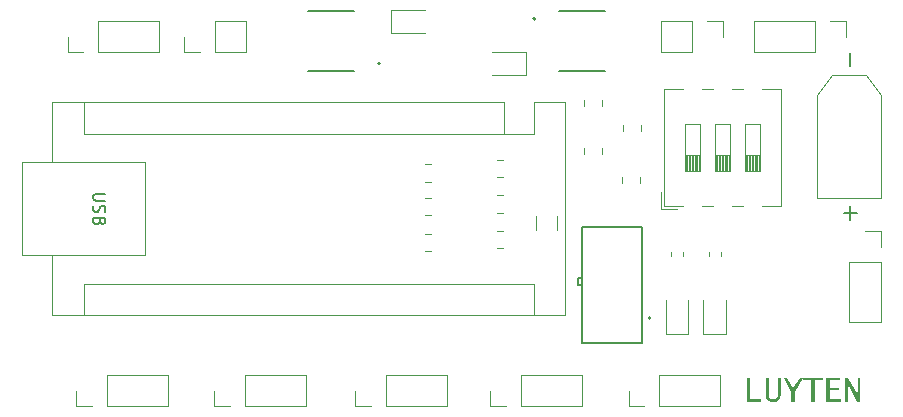
<source format=gbr>
%TF.GenerationSoftware,KiCad,Pcbnew,8.0.4*%
%TF.CreationDate,2024-08-28T14:32:30-04:00*%
%TF.ProjectId,luytenPCB,6c757974-656e-4504-9342-2e6b69636164,rev?*%
%TF.SameCoordinates,Original*%
%TF.FileFunction,Legend,Top*%
%TF.FilePolarity,Positive*%
%FSLAX46Y46*%
G04 Gerber Fmt 4.6, Leading zero omitted, Abs format (unit mm)*
G04 Created by KiCad (PCBNEW 8.0.4) date 2024-08-28 14:32:30*
%MOMM*%
%LPD*%
G01*
G04 APERTURE LIST*
%ADD10C,0.150000*%
%ADD11C,0.127000*%
%ADD12C,0.200000*%
%ADD13C,0.120000*%
G04 APERTURE END LIST*
D10*
G36*
X106222815Y-61382000D02*
G01*
X106222815Y-59349899D01*
X106493436Y-59349899D01*
X106493436Y-61163158D01*
X107443052Y-61163158D01*
X107443052Y-61382000D01*
X106222815Y-61382000D01*
G37*
G36*
X107814301Y-59349899D02*
G01*
X108084922Y-59349899D01*
X108084922Y-60673207D01*
X108087975Y-60782811D01*
X108098708Y-60884949D01*
X108125041Y-60986272D01*
X108133771Y-61005377D01*
X108190801Y-61088297D01*
X108264196Y-61147526D01*
X108360352Y-61184117D01*
X108460079Y-61194421D01*
X108558988Y-61184785D01*
X108655776Y-61151926D01*
X108739981Y-61095747D01*
X108799745Y-61011206D01*
X108831618Y-60911082D01*
X108847887Y-60799781D01*
X108853199Y-60686781D01*
X108853310Y-60666368D01*
X108853310Y-59349899D01*
X109089249Y-59349899D01*
X109089249Y-60639501D01*
X109087783Y-60741503D01*
X109082631Y-60840271D01*
X109071297Y-60938004D01*
X109065801Y-60967275D01*
X109034937Y-61064485D01*
X108985756Y-61154430D01*
X108918261Y-61237111D01*
X108872849Y-61279906D01*
X108789349Y-61338250D01*
X108693209Y-61379923D01*
X108584429Y-61404928D01*
X108478879Y-61413132D01*
X108463010Y-61413263D01*
X108353175Y-61407183D01*
X108252648Y-61388945D01*
X108147131Y-61352300D01*
X108054283Y-61299106D01*
X107984782Y-61240339D01*
X107921242Y-61163341D01*
X107873503Y-61076024D01*
X107856799Y-61032244D01*
X107831306Y-60935463D01*
X107822605Y-60878859D01*
X107815890Y-60779632D01*
X107814301Y-60681511D01*
X107814301Y-59349899D01*
G37*
G36*
X110003694Y-61382000D02*
G01*
X110003694Y-60525196D01*
X109334468Y-59349899D01*
X109646122Y-59349899D01*
X110169779Y-60266787D01*
X110719325Y-59349899D01*
X110976269Y-59349899D01*
X110274315Y-60525196D01*
X110274315Y-61382000D01*
X110003694Y-61382000D01*
G37*
G36*
X111688481Y-61382000D02*
G01*
X111688481Y-59568741D01*
X111010951Y-59568741D01*
X111010951Y-59349899D01*
X112637609Y-59349899D01*
X112637609Y-59568741D01*
X111960568Y-59568741D01*
X111960568Y-61382000D01*
X111688481Y-61382000D01*
G37*
G36*
X112960009Y-61382000D02*
G01*
X112960009Y-59349899D01*
X114150937Y-59349899D01*
X114150937Y-59568741D01*
X113230630Y-59568741D01*
X113230630Y-60194002D01*
X114010742Y-60194002D01*
X114010742Y-60412844D01*
X113230630Y-60412844D01*
X113230630Y-61163158D01*
X114213952Y-61163158D01*
X114213952Y-61382000D01*
X112960009Y-61382000D01*
G37*
G36*
X114552473Y-61382000D02*
G01*
X114552473Y-59349899D01*
X114807951Y-59349899D01*
X115617371Y-60832942D01*
X115620302Y-60837826D01*
X115620302Y-59349899D01*
X115841098Y-59349899D01*
X115841098Y-61382000D01*
X115591482Y-61382000D01*
X114776688Y-59888210D01*
X114772291Y-59879906D01*
X114772291Y-61382000D01*
X114552473Y-61382000D01*
G37*
X51903980Y-43797695D02*
X51094457Y-43797695D01*
X51094457Y-43797695D02*
X50999219Y-43845314D01*
X50999219Y-43845314D02*
X50951600Y-43892933D01*
X50951600Y-43892933D02*
X50903980Y-43988171D01*
X50903980Y-43988171D02*
X50903980Y-44178647D01*
X50903980Y-44178647D02*
X50951600Y-44273885D01*
X50951600Y-44273885D02*
X50999219Y-44321504D01*
X50999219Y-44321504D02*
X51094457Y-44369123D01*
X51094457Y-44369123D02*
X51903980Y-44369123D01*
X50951600Y-44797695D02*
X50903980Y-44940552D01*
X50903980Y-44940552D02*
X50903980Y-45178647D01*
X50903980Y-45178647D02*
X50951600Y-45273885D01*
X50951600Y-45273885D02*
X50999219Y-45321504D01*
X50999219Y-45321504D02*
X51094457Y-45369123D01*
X51094457Y-45369123D02*
X51189695Y-45369123D01*
X51189695Y-45369123D02*
X51284933Y-45321504D01*
X51284933Y-45321504D02*
X51332552Y-45273885D01*
X51332552Y-45273885D02*
X51380171Y-45178647D01*
X51380171Y-45178647D02*
X51427790Y-44988171D01*
X51427790Y-44988171D02*
X51475409Y-44892933D01*
X51475409Y-44892933D02*
X51523028Y-44845314D01*
X51523028Y-44845314D02*
X51618266Y-44797695D01*
X51618266Y-44797695D02*
X51713504Y-44797695D01*
X51713504Y-44797695D02*
X51808742Y-44845314D01*
X51808742Y-44845314D02*
X51856361Y-44892933D01*
X51856361Y-44892933D02*
X51903980Y-44988171D01*
X51903980Y-44988171D02*
X51903980Y-45226266D01*
X51903980Y-45226266D02*
X51856361Y-45369123D01*
X51427790Y-46131028D02*
X51380171Y-46273885D01*
X51380171Y-46273885D02*
X51332552Y-46321504D01*
X51332552Y-46321504D02*
X51237314Y-46369123D01*
X51237314Y-46369123D02*
X51094457Y-46369123D01*
X51094457Y-46369123D02*
X50999219Y-46321504D01*
X50999219Y-46321504D02*
X50951600Y-46273885D01*
X50951600Y-46273885D02*
X50903980Y-46178647D01*
X50903980Y-46178647D02*
X50903980Y-45797695D01*
X50903980Y-45797695D02*
X51903980Y-45797695D01*
X51903980Y-45797695D02*
X51903980Y-46131028D01*
X51903980Y-46131028D02*
X51856361Y-46226266D01*
X51856361Y-46226266D02*
X51808742Y-46273885D01*
X51808742Y-46273885D02*
X51713504Y-46321504D01*
X51713504Y-46321504D02*
X51618266Y-46321504D01*
X51618266Y-46321504D02*
X51523028Y-46273885D01*
X51523028Y-46273885D02*
X51475409Y-46226266D01*
X51475409Y-46226266D02*
X51427790Y-46131028D01*
X51427790Y-46131028D02*
X51427790Y-45797695D01*
X114994591Y-45970590D02*
X114994591Y-44827733D01*
X115566019Y-45399161D02*
X114423162Y-45399161D01*
X114994591Y-32970590D02*
X114994591Y-31827733D01*
D11*
%TO.C,SW1*%
X97342700Y-56411200D02*
X92262700Y-56411200D01*
X97342700Y-46611200D02*
X97342700Y-56411200D01*
X92262700Y-56411200D02*
X92262700Y-51511200D01*
X92262700Y-51511200D02*
X92262700Y-50911200D01*
X92262700Y-51511200D02*
X91962700Y-51511200D01*
X92262700Y-50911200D02*
X92262700Y-46611200D01*
X92262700Y-46611200D02*
X97342700Y-46611200D01*
X91962700Y-51511200D02*
X91962700Y-50911200D01*
X91962700Y-50911200D02*
X92262700Y-50911200D01*
D12*
X98102700Y-54311200D02*
G75*
G02*
X97902700Y-54311200I-100000J0D01*
G01*
X97902700Y-54311200D02*
G75*
G02*
X98102700Y-54311200I100000J0D01*
G01*
D13*
%TO.C,A1*%
X90858800Y-36039600D02*
X88188800Y-36039600D01*
X85648800Y-36039600D02*
X47418800Y-36039600D01*
X47418800Y-36039600D02*
X47418800Y-41119600D01*
X88188800Y-38709600D02*
X88188800Y-36039600D01*
X85648800Y-38709600D02*
X85648800Y-36039600D01*
X85648800Y-38709600D02*
X88188800Y-38709600D01*
X85648800Y-38709600D02*
X50088800Y-38709600D01*
X50088800Y-38709600D02*
X50088800Y-36039600D01*
X55298800Y-41119600D02*
X55298800Y-48999600D01*
X44878800Y-41119600D02*
X55298800Y-41119600D01*
X55298800Y-48999600D02*
X44878800Y-48999600D01*
X44878800Y-48999600D02*
X44878800Y-41119600D01*
X88188800Y-51409600D02*
X50088800Y-51409600D01*
X88188800Y-51409600D02*
X88188800Y-54079600D01*
X50088800Y-51409600D02*
X50088800Y-54079600D01*
X90858800Y-54079600D02*
X90858800Y-36039600D01*
X47418800Y-54079600D02*
X47418800Y-48999600D01*
X47418800Y-54079600D02*
X90858800Y-54079600D01*
%TO.C,C6*%
X78986748Y-47169400D02*
X79509252Y-47169400D01*
X78986748Y-48639400D02*
X79509252Y-48639400D01*
%TO.C,D2*%
X100840000Y-48748733D02*
X100840000Y-49041267D01*
X99820000Y-48748733D02*
X99820000Y-49041267D01*
%TO.C,C8*%
X97160359Y-42357180D02*
X97160359Y-42879684D01*
X95690359Y-42357180D02*
X95690359Y-42879684D01*
%TO.C,R8*%
X87508800Y-33726000D02*
X87508800Y-31806000D01*
X87508800Y-31806000D02*
X84648800Y-31806000D01*
X84648800Y-33726000D02*
X87508800Y-33726000D01*
%TO.C,R1*%
X102545000Y-55672500D02*
X104465000Y-55672500D01*
X104465000Y-55672500D02*
X104465000Y-52812500D01*
X102545000Y-52812500D02*
X102545000Y-55672500D01*
%TO.C,SW2*%
X98940000Y-45055000D02*
X100323000Y-45055000D01*
X98940000Y-45055000D02*
X98940000Y-43671000D01*
X99180000Y-44815000D02*
X100800000Y-44815000D01*
X99180000Y-44815000D02*
X99180000Y-34915000D01*
X102400000Y-44815000D02*
X103340000Y-44815000D01*
X104940000Y-44815000D02*
X105880000Y-44815000D01*
X107480000Y-44815000D02*
X109100000Y-44815000D01*
X109100000Y-44815000D02*
X109100000Y-34915000D01*
X100965000Y-41895000D02*
X102235000Y-41895000D01*
X101085000Y-41895000D02*
X101085000Y-40541667D01*
X101205000Y-41895000D02*
X101205000Y-40541667D01*
X101325000Y-41895000D02*
X101325000Y-40541667D01*
X101445000Y-41895000D02*
X101445000Y-40541667D01*
X101565000Y-41895000D02*
X101565000Y-40541667D01*
X101685000Y-41895000D02*
X101685000Y-40541667D01*
X101805000Y-41895000D02*
X101805000Y-40541667D01*
X101925000Y-41895000D02*
X101925000Y-40541667D01*
X102045000Y-41895000D02*
X102045000Y-40541667D01*
X102165000Y-41895000D02*
X102165000Y-40541667D01*
X102235000Y-41895000D02*
X102235000Y-37835000D01*
X103505000Y-41895000D02*
X104775000Y-41895000D01*
X103625000Y-41895000D02*
X103625000Y-40541667D01*
X103745000Y-41895000D02*
X103745000Y-40541667D01*
X103865000Y-41895000D02*
X103865000Y-40541667D01*
X103985000Y-41895000D02*
X103985000Y-40541667D01*
X104105000Y-41895000D02*
X104105000Y-40541667D01*
X104225000Y-41895000D02*
X104225000Y-40541667D01*
X104345000Y-41895000D02*
X104345000Y-40541667D01*
X104465000Y-41895000D02*
X104465000Y-40541667D01*
X104585000Y-41895000D02*
X104585000Y-40541667D01*
X104705000Y-41895000D02*
X104705000Y-40541667D01*
X104775000Y-41895000D02*
X104775000Y-37835000D01*
X106045000Y-41895000D02*
X107315000Y-41895000D01*
X106165000Y-41895000D02*
X106165000Y-40541667D01*
X106285000Y-41895000D02*
X106285000Y-40541667D01*
X106405000Y-41895000D02*
X106405000Y-40541667D01*
X106525000Y-41895000D02*
X106525000Y-40541667D01*
X106645000Y-41895000D02*
X106645000Y-40541667D01*
X106765000Y-41895000D02*
X106765000Y-40541667D01*
X106885000Y-41895000D02*
X106885000Y-40541667D01*
X107005000Y-41895000D02*
X107005000Y-40541667D01*
X107125000Y-41895000D02*
X107125000Y-40541667D01*
X107245000Y-41895000D02*
X107245000Y-40541667D01*
X107315000Y-41895000D02*
X107315000Y-37835000D01*
X100965000Y-40541667D02*
X102235000Y-40541667D01*
X103505000Y-40541667D02*
X104775000Y-40541667D01*
X106045000Y-40541667D02*
X107315000Y-40541667D01*
X100965000Y-37835000D02*
X100965000Y-41895000D01*
X102235000Y-37835000D02*
X100965000Y-37835000D01*
X103505000Y-37835000D02*
X103505000Y-41895000D01*
X104775000Y-37835000D02*
X103505000Y-37835000D01*
X106045000Y-37835000D02*
X106045000Y-41895000D01*
X107315000Y-37835000D02*
X106045000Y-37835000D01*
X99180000Y-34915000D02*
X100800000Y-34915000D01*
X102400000Y-34915000D02*
X103340000Y-34915000D01*
X104940000Y-34915000D02*
X105880000Y-34915000D01*
X107480000Y-34915000D02*
X109100000Y-34915000D01*
%TO.C,J7*%
X87122000Y-59122000D02*
X92262000Y-59122000D01*
X92262000Y-61782000D02*
X92262000Y-59122000D01*
X87122000Y-61782000D02*
X87122000Y-59122000D01*
X87122000Y-61782000D02*
X92262000Y-61782000D01*
X85852000Y-61782000D02*
X84522000Y-61782000D01*
X84522000Y-61782000D02*
X84522000Y-60452000D01*
%TO.C,J10*%
X114895548Y-49530000D02*
X114895548Y-54670000D01*
X114895548Y-49530000D02*
X117555548Y-49530000D01*
X114895548Y-54670000D02*
X117555548Y-54670000D01*
X116225548Y-46930000D02*
X117555548Y-46930000D01*
X117555548Y-46930000D02*
X117555548Y-48260000D01*
X117555548Y-49530000D02*
X117555548Y-54670000D01*
%TO.C,J8*%
X49470000Y-61782000D02*
X49470000Y-60452000D01*
X50800000Y-61782000D02*
X49470000Y-61782000D01*
X52070000Y-61782000D02*
X57210000Y-61782000D01*
X52070000Y-61782000D02*
X52070000Y-59122000D01*
X57210000Y-61782000D02*
X57210000Y-59122000D01*
X52070000Y-59122000D02*
X57210000Y-59122000D01*
%TO.C,C7*%
X95765133Y-38480680D02*
X95765133Y-37958176D01*
X97235133Y-38480680D02*
X97235133Y-37958176D01*
%TO.C,C3*%
X85610817Y-42389223D02*
X85088313Y-42389223D01*
X85610817Y-40919223D02*
X85088313Y-40919223D01*
%TO.C,D1*%
X104015000Y-48748733D02*
X104015000Y-49041267D01*
X102995000Y-48748733D02*
X102995000Y-49041267D01*
%TO.C,F1*%
X90191000Y-45625936D02*
X90191000Y-46830064D01*
X88371000Y-45625936D02*
X88371000Y-46830064D01*
D11*
%TO.C,IC2*%
X72958000Y-33371000D02*
X69058000Y-33371000D01*
X72958000Y-28321000D02*
X69058000Y-28321000D01*
D12*
X75178000Y-32751000D02*
G75*
G02*
X74978000Y-32751000I-100000J0D01*
G01*
X74978000Y-32751000D02*
G75*
G02*
X75178000Y-32751000I100000J0D01*
G01*
D13*
%TO.C,C9*%
X93953000Y-39870748D02*
X93953000Y-40393252D01*
X92483000Y-39870748D02*
X92483000Y-40393252D01*
%TO.C,J6*%
X96221000Y-61782000D02*
X96221000Y-60452000D01*
X97551000Y-61782000D02*
X96221000Y-61782000D01*
X98821000Y-61782000D02*
X103961000Y-61782000D01*
X98821000Y-61782000D02*
X98821000Y-59122000D01*
X103961000Y-61782000D02*
X103961000Y-59122000D01*
X98821000Y-59122000D02*
X103961000Y-59122000D01*
%TO.C,R2*%
X99370000Y-55672500D02*
X101290000Y-55672500D01*
X101290000Y-55672500D02*
X101290000Y-52812500D01*
X99370000Y-52812500D02*
X99370000Y-55672500D01*
%TO.C,C4*%
X78986748Y-41276600D02*
X79509252Y-41276600D01*
X78986748Y-42746600D02*
X79509252Y-42746600D01*
%TO.C,C10*%
X92483000Y-36329252D02*
X92483000Y-35806748D01*
X93953000Y-36329252D02*
X93953000Y-35806748D01*
%TO.C,R9*%
X76118000Y-28250000D02*
X76118000Y-30170000D01*
X76118000Y-30170000D02*
X78978000Y-30170000D01*
X78978000Y-28250000D02*
X76118000Y-28250000D01*
%TO.C,C5*%
X78986748Y-44121400D02*
X79509252Y-44121400D01*
X78986748Y-45591400D02*
X79509252Y-45591400D01*
%TO.C,C1*%
X85610817Y-48409223D02*
X85088313Y-48409223D01*
X85610817Y-46939223D02*
X85088313Y-46939223D01*
%TO.C,J4*%
X48723000Y-31810000D02*
X48723000Y-30480000D01*
X50053000Y-31810000D02*
X48723000Y-31810000D01*
X51323000Y-31810000D02*
X56463000Y-31810000D01*
X51323000Y-31810000D02*
X51323000Y-29150000D01*
X56463000Y-31810000D02*
X56463000Y-29150000D01*
X51323000Y-29150000D02*
X56463000Y-29150000D01*
D11*
%TO.C,IC1*%
X90346000Y-28336000D02*
X94246000Y-28336000D01*
X90346000Y-33386000D02*
X94246000Y-33386000D01*
D12*
X88326000Y-28956000D02*
G75*
G02*
X88126000Y-28956000I-100000J0D01*
G01*
X88126000Y-28956000D02*
G75*
G02*
X88326000Y-28956000I100000J0D01*
G01*
D13*
%TO.C,J5*%
X114599000Y-29150000D02*
X114599000Y-30480000D01*
X113269000Y-29150000D02*
X114599000Y-29150000D01*
X111999000Y-29150000D02*
X106859000Y-29150000D01*
X111999000Y-29150000D02*
X111999000Y-31810000D01*
X106859000Y-29150000D02*
X106859000Y-31810000D01*
X111999000Y-31810000D02*
X106859000Y-31810000D01*
%TO.C,J2*%
X104200000Y-29150000D02*
X104200000Y-30480000D01*
X102870000Y-29150000D02*
X104200000Y-29150000D01*
X101600000Y-29150000D02*
X99000000Y-29150000D01*
X101600000Y-29150000D02*
X101600000Y-31810000D01*
X99000000Y-29150000D02*
X99000000Y-31810000D01*
X101600000Y-31810000D02*
X99000000Y-31810000D01*
%TO.C,J1*%
X116289891Y-33689162D02*
X113469891Y-33689162D01*
X116289891Y-33689162D02*
X117589891Y-35389162D01*
X113469891Y-33689162D02*
X112169891Y-35389162D01*
X117589891Y-35389162D02*
X117589891Y-44109162D01*
X112169891Y-35389162D02*
X112169891Y-44109162D01*
X117589891Y-44109162D02*
X112169891Y-44109162D01*
%TO.C,J9*%
X61154000Y-61782000D02*
X61154000Y-60452000D01*
X62484000Y-61782000D02*
X61154000Y-61782000D01*
X63754000Y-61782000D02*
X68894000Y-61782000D01*
X63754000Y-61782000D02*
X63754000Y-59122000D01*
X68894000Y-61782000D02*
X68894000Y-59122000D01*
X63754000Y-59122000D02*
X68894000Y-59122000D01*
%TO.C,C2*%
X85610817Y-45399223D02*
X85088313Y-45399223D01*
X85610817Y-43929223D02*
X85088313Y-43929223D01*
%TO.C,J3*%
X58614000Y-31810000D02*
X58614000Y-30480000D01*
X59944000Y-31810000D02*
X58614000Y-31810000D01*
X61214000Y-31810000D02*
X63814000Y-31810000D01*
X61214000Y-31810000D02*
X61214000Y-29150000D01*
X63814000Y-31810000D02*
X63814000Y-29150000D01*
X61214000Y-29150000D02*
X63814000Y-29150000D01*
%TO.C,J11*%
X75692000Y-59122000D02*
X80832000Y-59122000D01*
X80832000Y-61782000D02*
X80832000Y-59122000D01*
X75692000Y-61782000D02*
X75692000Y-59122000D01*
X75692000Y-61782000D02*
X80832000Y-61782000D01*
X74422000Y-61782000D02*
X73092000Y-61782000D01*
X73092000Y-61782000D02*
X73092000Y-60452000D01*
%TD*%
M02*

</source>
